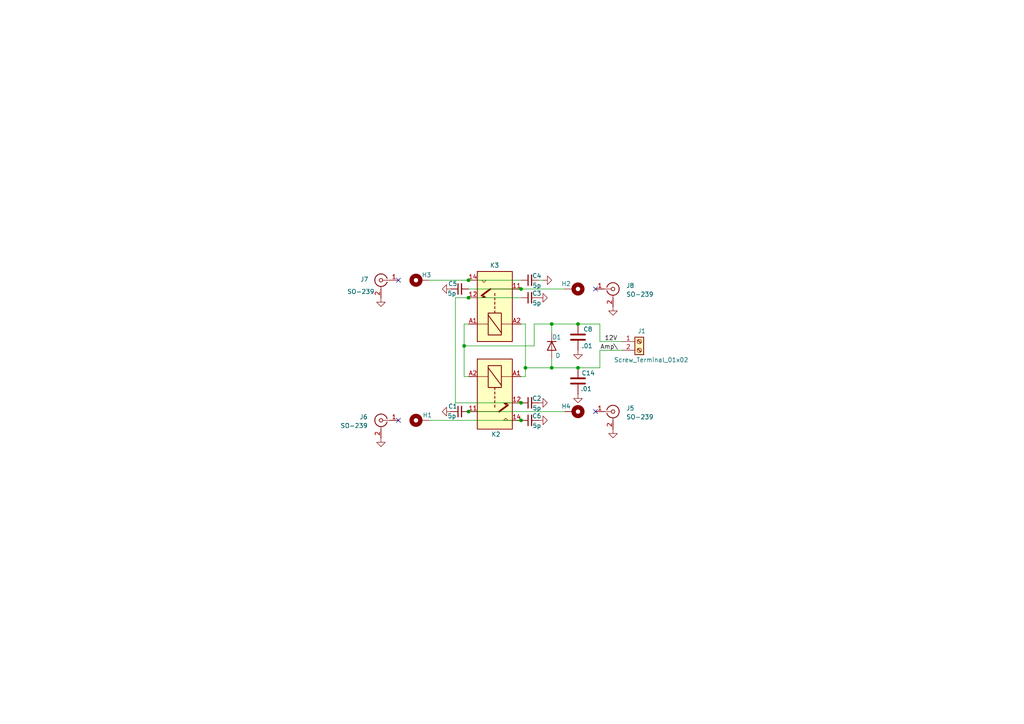
<source format=kicad_sch>
(kicad_sch (version 20250114) (generator "eeschema") (generator_version "9.0")
  (paper "A4")
  (lib_symbols
    (symbol "Connector:Conn_Coaxial" (pin_names (offset 1.016) (hide yes))
      (property "Reference" "J" (at 0.254 3.048 0))
      (property "Value" "Conn_Coaxial" (at 2.921 0 90))
      (symbol "Conn_Coaxial_0_1"
        (polyline (pts (xy -2.54 0) (xy -0.508 0)))
        (arc (start 1.778 0) (mid 0.222 -1.8079) (end -1.778 -0.508) (stroke (width 0.254)))
        (arc (start -1.778 0.508) (mid 0.2221 1.8084) (end 1.778 0) (stroke (width 0.254)))
        (circle (center 0 0) (radius 0.508) (stroke (width 0.2032)))
        (polyline (pts (xy 0 -2.54) (xy 0 -1.778)))
      )
      (symbol "Conn_Coaxial_1_1"
        (pin passive line (at -5.08 0 0) (length 2.54) (name "In") (number "1"))
        (pin passive line (at 0 -5.08 90) (length 2.54) (name "Ext") (number "2"))
      )
    )
    (symbol "Connector:Screw_Terminal_01x02" (pin_names (offset 1.016) (hide yes))
      (property "Reference" "J" (at 0 2.54 0))
      (property "Value" "Screw_Terminal_01x02" (at 0 -5.08 0))
      (symbol "Screw_Terminal_01x02_1_1"
        (rectangle (start -1.27 1.27) (end 1.27 -3.81) (stroke (width 0.254)) (fill (type background)))
        (polyline (pts (xy -0.5334 0.3302) (xy 0.3302 -0.508)) (stroke (width 0.1524)))
        (polyline (pts (xy -0.5334 -2.2098) (xy 0.3302 -3.048)) (stroke (width 0.1524)))
        (polyline (pts (xy -0.3556 0.508) (xy 0.508 -0.3302)) (stroke (width 0.1524)))
        (polyline (pts (xy -0.3556 -2.032) (xy 0.508 -2.8702)) (stroke (width 0.1524)))
        (circle (center 0 0) (radius 0.635) (stroke (width 0.1524)))
        (circle (center 0 -2.54) (radius 0.635) (stroke (width 0.1524)))
        (pin passive line (at -5.08 0 0) (length 3.81) (name "Pin_1") (number "1"))
        (pin passive line (at -5.08 -2.54 0) (length 3.81) (name "Pin_2") (number "2"))
      )
    )
    (symbol "Device:C" (pin_numbers (hide yes)) (pin_names (offset 0.254))
      (property "Reference" "C" (at 0.635 2.54 0))
      (property "Value" "C" (at 0.635 -2.54 0))
      (symbol "C_0_1"
        (polyline (pts (xy -2.032 0.762) (xy 2.032 0.762)) (stroke (width 0.508)))
        (polyline (pts (xy -2.032 -0.762) (xy 2.032 -0.762)) (stroke (width 0.508)))
      )
      (symbol "C_1_1"
        (pin passive line (at 0 3.81 270) (length 2.794) (name "~") (number "1"))
        (pin passive line (at 0 -3.81 90) (length 2.794) (name "~") (number "2"))
      )
    )
    (symbol "Device:C_Small" (pin_numbers (hide yes)) (pin_names (offset 0.254) (hide yes))
      (property "Reference" "C" (at 0.254 1.778 0))
      (property "Value" "C_Small" (at 0.254 -2.032 0))
      (symbol "C_Small_0_1"
        (polyline (pts (xy -1.524 0.508) (xy 1.524 0.508)) (stroke (width 0.3048)))
        (polyline (pts (xy -1.524 -0.508) (xy 1.524 -0.508)) (stroke (width 0.3302)))
      )
      (symbol "C_Small_1_1"
        (pin passive line (at 0 2.54 270) (length 2.032) (name "~") (number "1"))
        (pin passive line (at 0 -2.54 90) (length 2.032) (name "~") (number "2"))
      )
    )
    (symbol "Device:D" (pin_numbers (hide yes)) (pin_names (offset 1.016) (hide yes))
      (property "Reference" "D" (at 0 2.54 0))
      (property "Value" "D" (at 0 -2.54 0))
      (symbol "D_0_1"
        (polyline (pts (xy -1.27 1.27) (xy -1.27 -1.27)) (stroke (width 0.254)))
        (polyline (pts (xy 1.27 1.27) (xy 1.27 -1.27) (xy -1.27 0) (xy 1.27 1.27)) (stroke (width 0.254)))
        (polyline (pts (xy 1.27 0) (xy -1.27 0)))
      )
      (symbol "D_1_1"
        (pin passive line (at -3.81 0 0) (length 2.54) (name "K") (number "1"))
        (pin passive line (at 3.81 0 180) (length 2.54) (name "A") (number "2"))
      )
    )
    (symbol "Mechanical:MountingHole_Pad" (pin_numbers (hide yes)) (pin_names (offset 1.016) (hide yes)) (in_bom no)
      (property "Reference" "H" (at 0 6.35 0))
      (property "Value" "MountingHole_Pad" (at 0 4.445 0))
      (symbol "MountingHole_Pad_0_1"
        (circle (center 0 1.27) (radius 1.27) (stroke (width 1.27)))
      )
      (symbol "MountingHole_Pad_1_1"
        (pin input line (at 0 -2.54 90) (length 2.54) (name "1") (number "1"))
      )
    )
    (symbol "Relay_4to1:Relay_SPDT"
      (property "Reference" "K" (at 11.43 3.81 0))
      (property "Value" "G2RL-1-E_alt" (at 11.43 1.27 0))
      (symbol "Relay_SPDT_0_0"
        (polyline (pts (xy 7.62 5.08) (xy 7.62 2.54) (xy 6.985 3.175) (xy 7.62 3.81)))
      )
      (symbol "Relay_SPDT_0_1"
        (rectangle (start -10.16 5.08) (end 10.16 -5.08) (stroke (width 0.254)) (fill (type background)))
        (rectangle (start -8.255 1.905) (end -1.905 -1.905) (stroke (width 0.254)))
        (polyline (pts (xy -7.62 -1.905) (xy -2.54 1.905)) (stroke (width 0.254)))
        (polyline (pts (xy -5.08 5.08) (xy -5.08 1.905)))
        (polyline (pts (xy -5.08 -5.08) (xy -5.08 -1.905)))
        (polyline (pts (xy -1.905 0) (xy -1.27 0)) (stroke (width 0.254)))
        (polyline (pts (xy -0.635 0) (xy 0 0)) (stroke (width 0.254)))
        (polyline (pts (xy 0.635 0) (xy 1.27 0)) (stroke (width 0.254)))
        (polyline (pts (xy 1.905 0) (xy 2.54 0)) (stroke (width 0.254)))
        (polyline (pts (xy 2.54 5.08) (xy 2.54 2.54) (xy 3.175 3.175) (xy 2.54 3.81)) (fill (type outline)))
        (polyline (pts (xy 3.175 0) (xy 3.81 0)) (stroke (width 0.254)))
        (polyline (pts (xy 5.08 1.27) (xy 3.175 3.81)) (stroke (width 0.508)))
        (polyline (pts (xy 5.08 1.27) (xy 5.08 -5.08)))
      )
      (symbol "Relay_SPDT_1_1"
        (pin passive line (at -5.08 7.62 270) (length 2.54) (name "~") (number "A1"))
        (pin passive line (at -5.08 -7.62 90) (length 2.54) (name "~") (number "A2"))
        (pin passive line (at 2.54 7.62 270) (length 2.54) (name "~") (number "12"))
        (pin passive line (at 5.08 -7.62 90) (length 2.54) (name "~") (number "11"))
        (pin passive line (at 7.62 7.62 270) (length 2.54) (name "~") (number "14"))
      )
    )
    (symbol "power:GND" (power) (pin_numbers (hide yes)) (pin_names (offset 0) (hide yes))
      (property "Value" "GND" (at 0 -3.81 0))
      (symbol "GND_0_1"
        (polyline (pts (xy 0 0) (xy 0 -1.27) (xy 1.27 -1.27) (xy 0 -2.54) (xy -1.27 -1.27) (xy 0 -1.27)))
      )
      (symbol "GND_1_1"
        (pin power_in line (at 0 0 270) (length 0) (name "~") (number "1"))
      )
    )
  )
  (junction (at 151.13 116.84))
  (junction (at 151.13 121.92))
  (junction (at 167.64 106.68))
  (junction (at 135.89 86.36))
  (junction (at 160.02 106.68))
  (junction (at 167.64 93.98))
  (junction (at 135.89 81.28))
  (junction (at 134.62 100.33))
  (junction (at 151.13 83.82))
  (junction (at 160.02 93.98))
  (junction (at 152.4 106.68))
  (junction (at 135.89 119.38))
  (no_connect (at 172.72 83.82))
  (no_connect (at 172.72 119.38))
  (no_connect (at 115.57 81.28))
  (no_connect (at 115.57 121.92))
  (wire (pts (xy 152.4 93.98) (xy 152.4 106.68)))
  (wire (pts (xy 154.94 93.98) (xy 154.94 100.33)))
  (wire (pts (xy 135.89 86.36) (xy 151.13 86.36)))
  (wire (pts (xy 152.4 106.68) (xy 152.4 109.22)))
  (wire (pts (xy 151.13 93.98) (xy 152.4 93.98)))
  (wire (pts (xy 134.62 93.98) (xy 135.89 93.98)))
  (wire (pts (xy 160.02 93.98) (xy 167.64 93.98)))
  (wire (pts (xy 135.89 81.28) (xy 151.13 81.28)))
  (wire (pts (xy 173.99 101.6) (xy 180.34 101.6)))
  (wire (pts (xy 160.02 106.68) (xy 167.64 106.68)))
  (wire (pts (xy 135.89 86.36) (xy 132.08 86.36)))
  (wire (pts (xy 134.62 93.98) (xy 134.62 100.33)))
  (wire (pts (xy 167.64 93.98) (xy 173.99 93.98)))
  (wire (pts (xy 134.62 100.33) (xy 154.94 100.33)))
  (wire (pts (xy 173.99 99.06) (xy 180.34 99.06)))
  (wire (pts (xy 132.08 116.84) (xy 151.13 116.84)))
  (wire (pts (xy 132.08 86.36) (xy 132.08 116.84)))
  (wire (pts (xy 134.62 109.22) (xy 135.89 109.22)))
  (wire (pts (xy 124.46 81.28) (xy 135.89 81.28)))
  (wire (pts (xy 135.89 119.38) (xy 163.83 119.38)))
  (wire (pts (xy 152.4 109.22) (xy 151.13 109.22)))
  (wire (pts (xy 151.13 83.82) (xy 163.83 83.82)))
  (wire (pts (xy 160.02 93.98) (xy 160.02 96.52)))
  (wire (pts (xy 173.99 93.98) (xy 173.99 99.06)))
  (wire (pts (xy 154.94 93.98) (xy 160.02 93.98)))
  (wire (pts (xy 167.64 106.68) (xy 173.99 106.68)))
  (wire (pts (xy 134.62 100.33) (xy 134.62 109.22)))
  (wire (pts (xy 160.02 104.14) (xy 160.02 106.68)))
  (wire (pts (xy 173.99 106.68) (xy 173.99 101.6)))
  (wire (pts (xy 135.89 83.82) (xy 151.13 83.82)))
  (wire (pts (xy 152.4 106.68) (xy 160.02 106.68)))
  (wire (pts (xy 124.46 121.92) (xy 151.13 121.92)))
  (wire (pts (xy 157.48 81.28) (xy 156.21 81.28)))
  (label "Amp\\" (at 179.07 101.6 180))
  (label "12V" (at 179.07 99.06 180))
  (symbol (lib_id "power:GND") (at 157.48 81.28 90) (mirror x) (unit 1)
    (property "Reference" "#PWR01" (effects (hide yes)))
    (property "Value" "GND" (effects (hide yes)))
    (property "Description" "Power symbol creates a global label with name \"GND\" , ground" (effects (hide yes)))
  )
  (symbol (lib_id "Device:C") (at 167.64 97.79 0) (unit 1)
    (property "Reference" "C8" (at 169.164 95.504 0) (effects (justify left)))
    (property "Value" ".01" (at 168.656 100.33 0) (effects (justify left)))
    (property "Footprint" "Capacitor_SMD:C_0805_2012Metric" (effects (hide yes)))
    (property "Description" "Unpolarized capacitor" (effects (hide yes)))
  )
  (symbol (lib_id "power:GND") (at 130.81 119.38 270) (mirror x) (unit 1)
    (property "Reference" "#PWR09" (effects (hide yes)))
    (property "Value" "GND" (effects (hide yes)))
    (property "Description" "Power symbol creates a global label with name \"GND\" , ground" (effects (hide yes)))
  )
  (symbol (lib_id "Connector:Conn_Coaxial") (at 177.8 83.82 0) (unit 1)
    (property "Reference" "J8" (at 181.61 82.8431 0) (effects (justify left)))
    (property "Value" "SO-239" (at 181.61 85.3831 0) (effects (justify left)))
    (property "Footprint" "Relay_4to1:UHF_SO-239" (effects (hide yes)))
    (property "Description" "coaxial connector (BNC, SMA, SMB, SMC, Cinch/RCA, LEMO, ...)" (effects (hide yes)))
  )
  (symbol (lib_id "Mechanical:MountingHole_Pad") (at 166.37 83.82 270) (unit 1) (in_bom no)
    (property "Reference" "H2" (at 162.814 82.296 90) (effects (justify left)))
    (property "Value" "MountingHole_Pad" (effects (hide yes)))
    (property "Footprint" "TestPoint:TestPoint_Plated_Hole_D2.0mm" (effects (hide yes)))
    (property "Description" "Mounting Hole with connection" (effects (hide yes)))
  )
  (symbol (lib_id "Mechanical:MountingHole_Pad") (at 166.37 119.38 270) (unit 1) (in_bom no)
    (property "Reference" "H4" (at 162.814 117.856 90) (effects (justify left)))
    (property "Value" "MountingHole_Pad" (effects (hide yes)))
    (property "Footprint" "TestPoint:TestPoint_Plated_Hole_D2.0mm" (effects (hide yes)))
    (property "Description" "Mounting Hole with connection" (effects (hide yes)))
  )
  (symbol (lib_id "Device:C_Small") (at 153.67 116.84 90) (unit 1)
    (property "Reference" "C2" (at 155.702 115.57 90))
    (property "Value" "5p" (at 155.702 118.364 90))
    (property "Footprint" "Capacitor_SMD:C_0805_2012Metric" (effects (hide yes)))
    (property "Description" "Unpolarized capacitor, small symbol" (effects (hide yes)))
  )
  (symbol (lib_id "Device:C") (at 167.64 110.49 0) (unit 1)
    (property "Reference" "C14" (at 168.656 108.204 0) (effects (justify left)))
    (property "Value" ".01" (at 168.402 112.776 0) (effects (justify left)))
    (property "Footprint" "Capacitor_SMD:C_0805_2012Metric" (effects (hide yes)))
    (property "Description" "Unpolarized capacitor" (effects (hide yes)))
  )
  (symbol (lib_id "Relay_4to1:Relay_SPDT") (at 143.51 88.9 90) (unit 1)
    (property "Reference" "K3" (at 144.78 76.962 90) (effects (justify left)))
    (property "Value" "G2RL-1-E" (effects (hide yes)))
    (property "Footprint" "Relay_4to1:Relay_SPDT_Omron_G2RL-1-E" (effects (hide yes)))
    (property "Description" "Relay SPDT, monostable, EN50005" (effects (hide yes)))
  )
  (symbol (lib_id "Device:C_Small") (at 153.67 86.36 90) (unit 1)
    (property "Reference" "C3" (at 155.702 85.09 90))
    (property "Value" "5p" (at 155.702 87.884 90))
    (property "Footprint" "Capacitor_SMD:C_0805_2012Metric" (effects (hide yes)))
    (property "Description" "Unpolarized capacitor, small symbol" (effects (hide yes)))
  )
  (symbol (lib_id "Relay_4to1:Relay_SPDT") (at 143.51 114.3 270) (unit 1)
    (property "Reference" "K2" (at 142.494 125.984 90) (effects (justify left)))
    (property "Value" "G2RL-1-E" (effects (hide yes)))
    (property "Footprint" "Relay_4to1:Relay_SPDT_Omron_G2RL-1-E" (effects (hide yes)))
    (property "Description" "Relay SPDT, monostable, EN50005" (effects (hide yes)))
  )
  (symbol (lib_id "Device:C_Small") (at 133.35 83.82 90) (unit 1)
    (property "Reference" "C5" (at 131.318 82.296 90))
    (property "Value" "5p" (at 131.064 85.09 90))
    (property "Footprint" "Capacitor_SMD:C_0805_2012Metric" (effects (hide yes)))
    (property "Description" "Unpolarized capacitor, small symbol" (effects (hide yes)))
  )
  (symbol (lib_id "Device:C_Small") (at 153.67 81.28 90) (unit 1)
    (property "Reference" "C4" (at 155.702 80.01 90))
    (property "Value" "5p" (at 155.702 82.804 90))
    (property "Footprint" "Capacitor_SMD:C_0805_2012Metric" (effects (hide yes)))
    (property "Description" "Unpolarized capacitor, small symbol" (effects (hide yes)))
  )
  (symbol (lib_id "Device:D") (at 160.02 100.33 90) (mirror x) (unit 1)
    (property "Reference" "D1" (at 162.814 97.79 90) (effects (justify left)))
    (property "Value" "D" (at 162.56 103.124 90) (effects (justify left)))
    (property "Footprint" "Diode_SMD:D_SOD-323" (effects (hide yes)))
    (property "Description" "Diode" (effects (hide yes)))
    (property "Sim.Device" "D" (effects (hide yes)))
    (property "Sim.Pins" "1=K 2=A" (effects (hide yes)))
  )
  (symbol (lib_id "power:GND") (at 177.8 88.9 0) (mirror y) (unit 1)
    (property "Reference" "#PWR08" (effects (hide yes)))
    (property "Value" "GND" (effects (hide yes)))
    (property "Description" "Power symbol creates a global label with name \"GND\" , ground" (effects (hide yes)))
  )
  (symbol (lib_id "Connector:Conn_Coaxial") (at 110.49 81.28 0) (mirror y) (unit 1)
    (property "Reference" "J7" (at 105.664 81.026 0))
    (property "Value" "SO-239" (at 104.648 84.582 0))
    (property "Footprint" "Relay_4to1:UHF_SO-239" (effects (hide yes)))
    (property "Description" "coaxial connector (BNC, SMA, SMB, SMC, Cinch/RCA, LEMO, ...)" (effects (hide yes)))
  )
  (symbol (lib_id "power:GND") (at 130.81 83.82 270) (unit 1)
    (property "Reference" "#PWR010" (effects (hide yes)))
    (property "Value" "GND" (effects (hide yes)))
    (property "Description" "Power symbol creates a global label with name \"GND\" , ground" (effects (hide yes)))
  )
  (symbol (lib_id "Device:C_Small") (at 133.35 119.38 90) (unit 1)
    (property "Reference" "C1" (at 131.318 117.856 90))
    (property "Value" "5p" (at 131.064 120.65 90))
    (property "Footprint" "Capacitor_SMD:C_0805_2012Metric" (effects (hide yes)))
    (property "Description" "Unpolarized capacitor, small symbol" (effects (hide yes)))
  )
  (symbol (lib_id "Mechanical:MountingHole_Pad") (at 121.92 121.92 90) (unit 1) (in_bom no)
    (property "Reference" "H1" (at 123.952 120.396 90))
    (property "Value" "MountingHole_Pad" (effects (hide yes)))
    (property "Footprint" "TestPoint:TestPoint_Plated_Hole_D2.0mm" (effects (hide yes)))
    (property "Description" "Mounting Hole with connection" (effects (hide yes)))
  )
  (symbol (lib_id "Connector:Conn_Coaxial") (at 177.8 119.38 0) (unit 1)
    (property "Reference" "J5" (at 181.61 118.4031 0) (effects (justify left)))
    (property "Value" "SO-239" (at 181.61 120.9431 0) (effects (justify left)))
    (property "Footprint" "Relay_4to1:UHF_SO-239" (effects (hide yes)))
    (property "Description" "coaxial connector (BNC, SMA, SMB, SMC, Cinch/RCA, LEMO, ...)" (effects (hide yes)))
  )
  (symbol (lib_id "power:GND") (at 110.49 127 0) (mirror y) (unit 1)
    (property "Reference" "#PWR06" (effects (hide yes)))
    (property "Value" "GND" (effects (hide yes)))
    (property "Description" "Power symbol creates a global label with name \"GND\" , ground" (effects (hide yes)))
  )
  (symbol (lib_id "power:GND") (at 156.21 121.92 90) (mirror x) (unit 1)
    (property "Reference" "#PWR04" (effects (hide yes)))
    (property "Value" "GND" (effects (hide yes)))
    (property "Description" "Power symbol creates a global label with name \"GND\" , ground" (effects (hide yes)))
  )
  (symbol (lib_id "Mechanical:MountingHole_Pad") (at 121.92 81.28 90) (unit 1) (in_bom no)
    (property "Reference" "H3" (at 123.698 79.756 90))
    (property "Value" "MountingHole_Pad" (effects (hide yes)))
    (property "Footprint" "TestPoint:TestPoint_Plated_Hole_D2.0mm" (effects (hide yes)))
    (property "Description" "Mounting Hole with connection" (effects (hide yes)))
  )
  (symbol (lib_id "power:GND") (at 167.64 101.6 0) (mirror y) (unit 1)
    (property "Reference" "#PWR12" (effects (hide yes)))
    (property "Value" "GND" (effects (hide yes)))
    (property "Description" "Power symbol creates a global label with name \"GND\" , ground" (effects (hide yes)))
  )
  (symbol (lib_id "power:GND") (at 167.64 114.3 0) (mirror y) (unit 1)
    (property "Reference" "#PWR11" (effects (hide yes)))
    (property "Value" "GND" (effects (hide yes)))
    (property "Description" "Power symbol creates a global label with name \"GND\" , ground" (effects (hide yes)))
  )
  (symbol (lib_id "power:GND") (at 177.8 124.46 0) (unit 1)
    (property "Reference" "#PWR05" (effects (hide yes)))
    (property "Value" "GND" (effects (hide yes)))
    (property "Description" "Power symbol creates a global label with name \"GND\" , ground" (effects (hide yes)))
  )
  (symbol (lib_id "Connector:Screw_Terminal_01x02") (at 185.42 99.06 0) (unit 1)
    (property "Reference" "J1" (at 184.912 96.012 0) (effects (justify left)))
    (property "Value" "Screw_Terminal_01x02" (at 178.054 104.394 0) (effects (justify left)))
    (property "Footprint" "TerminalBlock_TE-Connectivity:TerminalBlock_TE_282834-2_1x02_P2.54mm_Horizontal" (effects (hide yes)))
    (property "Description" "Generic screw terminal, single row, 01x02, script generated (kicad-library-utils/schlib/autogen/connector/)" (effects (hide yes)))
  )
  (symbol (lib_id "Connector:Conn_Coaxial") (at 110.49 121.92 0) (mirror y) (unit 1)
    (property "Reference" "J6" (at 106.68 120.9431 0) (effects (justify left)))
    (property "Value" "SO-239" (at 106.68 123.4831 0) (effects (justify left)))
    (property "Footprint" "Relay_4to1:UHF_SO-239" (effects (hide yes)))
    (property "Description" "coaxial connector (BNC, SMA, SMB, SMC, Cinch/RCA, LEMO, ...)" (effects (hide yes)))
  )
  (symbol (lib_id "power:GND") (at 110.49 86.36 0) (unit 1)
    (property "Reference" "#PWR07" (effects (hide yes)))
    (property "Value" "GND" (effects (hide yes)))
    (property "Description" "Power symbol creates a global label with name \"GND\" , ground" (effects (hide yes)))
  )
  (symbol (lib_id "Device:C_Small") (at 153.67 121.92 90) (unit 1)
    (property "Reference" "C6" (at 155.702 120.65 90))
    (property "Value" "5p" (at 155.702 123.444 90))
    (property "Footprint" "Capacitor_SMD:C_0805_2012Metric" (effects (hide yes)))
    (property "Description" "Unpolarized capacitor, small symbol" (effects (hide yes)))
  )
  (symbol (lib_id "power:GND") (at 156.21 116.84 90) (mirror x) (unit 1)
    (property "Reference" "#PWR03" (effects (hide yes)))
    (property "Value" "GND" (effects (hide yes)))
    (property "Description" "Power symbol creates a global label with name \"GND\" , ground" (effects (hide yes)))
  )
  (symbol (lib_id "power:GND") (at 156.21 86.36 90) (mirror x) (unit 1)
    (property "Reference" "#PWR02" (effects (hide yes)))
    (property "Value" "GND" (effects (hide yes)))
    (property "Description" "Power symbol creates a global label with name \"GND\" , ground" (effects (hide yes)))
  )
)
</source>
